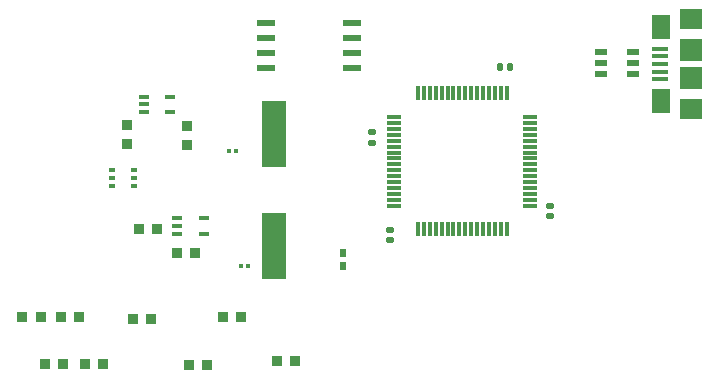
<source format=gbp>
G04*
G04 #@! TF.GenerationSoftware,Altium Limited,Altium Designer,24.6.1 (21)*
G04*
G04 Layer_Color=128*
%FSLAX44Y44*%
%MOMM*%
G71*
G04*
G04 #@! TF.SameCoordinates,5BE53EBA-B956-4ED2-84AC-37ABD98E17FE*
G04*
G04*
G04 #@! TF.FilePolarity,Positive*
G04*
G01*
G75*
%ADD18R,1.1938X0.3048*%
%ADD19R,0.3048X1.1938*%
%ADD20O,0.6000X0.4200*%
%ADD21R,0.6000X0.4200*%
G04:AMPARAMS|DCode=22|XSize=0.6mm|YSize=0.54mm|CornerRadius=0.1431mm|HoleSize=0mm|Usage=FLASHONLY|Rotation=0.000|XOffset=0mm|YOffset=0mm|HoleType=Round|Shape=RoundedRectangle|*
%AMROUNDEDRECTD22*
21,1,0.6000,0.2538,0,0,0.0*
21,1,0.3138,0.5400,0,0,0.0*
1,1,0.2862,0.1569,-0.1269*
1,1,0.2862,-0.1569,-0.1269*
1,1,0.2862,-0.1569,0.1269*
1,1,0.2862,0.1569,0.1269*
%
%ADD22ROUNDEDRECTD22*%
G04:AMPARAMS|DCode=23|XSize=0.6mm|YSize=0.54mm|CornerRadius=0.1431mm|HoleSize=0mm|Usage=FLASHONLY|Rotation=270.000|XOffset=0mm|YOffset=0mm|HoleType=Round|Shape=RoundedRectangle|*
%AMROUNDEDRECTD23*
21,1,0.6000,0.2538,0,0,270.0*
21,1,0.3138,0.5400,0,0,270.0*
1,1,0.2862,-0.1269,-0.1569*
1,1,0.2862,-0.1269,0.1569*
1,1,0.2862,0.1269,0.1569*
1,1,0.2862,0.1269,-0.1569*
%
%ADD23ROUNDEDRECTD23*%
%ADD25R,0.5080X0.6604*%
%ADD26R,0.3800X0.4000*%
%ADD27R,2.1000X5.6000*%
%ADD28R,1.5240X0.5334*%
%ADD29R,0.8900X0.9300*%
%ADD30R,0.8763X0.3048*%
%ADD31R,0.9300X0.8900*%
%ADD32R,1.3500X0.4000*%
%ADD33R,1.6000X2.1000*%
%ADD34R,1.9000X1.9000*%
%ADD35R,1.9000X1.8000*%
%ADD36R,0.9779X0.5588*%
D18*
X434340Y812170D02*
D03*
Y817170D02*
D03*
Y822170D02*
D03*
Y827170D02*
D03*
Y832170D02*
D03*
Y837170D02*
D03*
Y842170D02*
D03*
Y847170D02*
D03*
Y852170D02*
D03*
Y857170D02*
D03*
Y862170D02*
D03*
Y867170D02*
D03*
Y872170D02*
D03*
Y877170D02*
D03*
Y882170D02*
D03*
Y887170D02*
D03*
X549340D02*
D03*
Y882170D02*
D03*
Y877170D02*
D03*
Y872170D02*
D03*
Y867170D02*
D03*
Y862170D02*
D03*
Y857170D02*
D03*
Y852170D02*
D03*
Y847170D02*
D03*
Y842170D02*
D03*
Y837170D02*
D03*
Y832170D02*
D03*
Y827170D02*
D03*
Y822170D02*
D03*
Y817170D02*
D03*
Y812170D02*
D03*
D19*
X454340Y907170D02*
D03*
X459340D02*
D03*
X464340D02*
D03*
X469340D02*
D03*
X474340D02*
D03*
X479340D02*
D03*
X484340D02*
D03*
X489340D02*
D03*
X494340D02*
D03*
X499340D02*
D03*
X504340D02*
D03*
X509340D02*
D03*
X514340D02*
D03*
X519340D02*
D03*
X524340D02*
D03*
X529340D02*
D03*
Y792170D02*
D03*
X524340D02*
D03*
X519340D02*
D03*
X514340D02*
D03*
X509340D02*
D03*
X504340D02*
D03*
X499340D02*
D03*
X494340D02*
D03*
X489340D02*
D03*
X484340D02*
D03*
X479340D02*
D03*
X474340D02*
D03*
X469340D02*
D03*
X464340D02*
D03*
X459340D02*
D03*
X454340D02*
D03*
D20*
X194970Y842160D02*
D03*
Y835660D02*
D03*
Y829160D02*
D03*
X213970D02*
D03*
Y835660D02*
D03*
D21*
Y842160D02*
D03*
D22*
X430530Y791700D02*
D03*
Y783100D02*
D03*
X415290Y874250D02*
D03*
Y865650D02*
D03*
X566420Y803420D02*
D03*
Y812020D02*
D03*
D23*
X532620Y929640D02*
D03*
X524020D02*
D03*
D25*
X391160Y760730D02*
D03*
Y771906D02*
D03*
D26*
X299990Y858520D02*
D03*
X294370D02*
D03*
X310150Y760730D02*
D03*
X304530D02*
D03*
D27*
X332740Y873000D02*
D03*
Y778000D02*
D03*
D28*
X325501Y928370D02*
D03*
Y941070D02*
D03*
Y953770D02*
D03*
Y966470D02*
D03*
X398399D02*
D03*
Y953770D02*
D03*
Y941070D02*
D03*
Y928370D02*
D03*
D29*
X265510Y772160D02*
D03*
X250110D02*
D03*
X233109Y792098D02*
D03*
X217708D02*
D03*
X260270Y676910D02*
D03*
X275670D02*
D03*
X350520Y680720D02*
D03*
X335120D02*
D03*
X289480Y717550D02*
D03*
X304880D02*
D03*
X228680Y716280D02*
D03*
X213280D02*
D03*
X172640Y678180D02*
D03*
X188040D02*
D03*
X152240Y717550D02*
D03*
X167640D02*
D03*
X134780D02*
D03*
X119380D02*
D03*
X153830Y678180D02*
D03*
X138430D02*
D03*
D30*
X250508Y788520D02*
D03*
Y795020D02*
D03*
Y801520D02*
D03*
X272733D02*
D03*
Y788520D02*
D03*
X222250Y891540D02*
D03*
Y898040D02*
D03*
Y904540D02*
D03*
X244475D02*
D03*
Y891540D02*
D03*
D31*
X258614Y879252D02*
D03*
Y863852D02*
D03*
X208280Y864710D02*
D03*
Y880110D02*
D03*
D32*
X659050Y932080D02*
D03*
Y938580D02*
D03*
Y925580D02*
D03*
Y945080D02*
D03*
Y919080D02*
D03*
D33*
X660300Y963080D02*
D03*
Y901080D02*
D03*
D34*
X685800Y944080D02*
D03*
Y920080D02*
D03*
D35*
Y970080D02*
D03*
Y894080D02*
D03*
D36*
X636270Y923290D02*
D03*
Y932790D02*
D03*
Y942290D02*
D03*
X608965D02*
D03*
Y932790D02*
D03*
Y923290D02*
D03*
M02*

</source>
